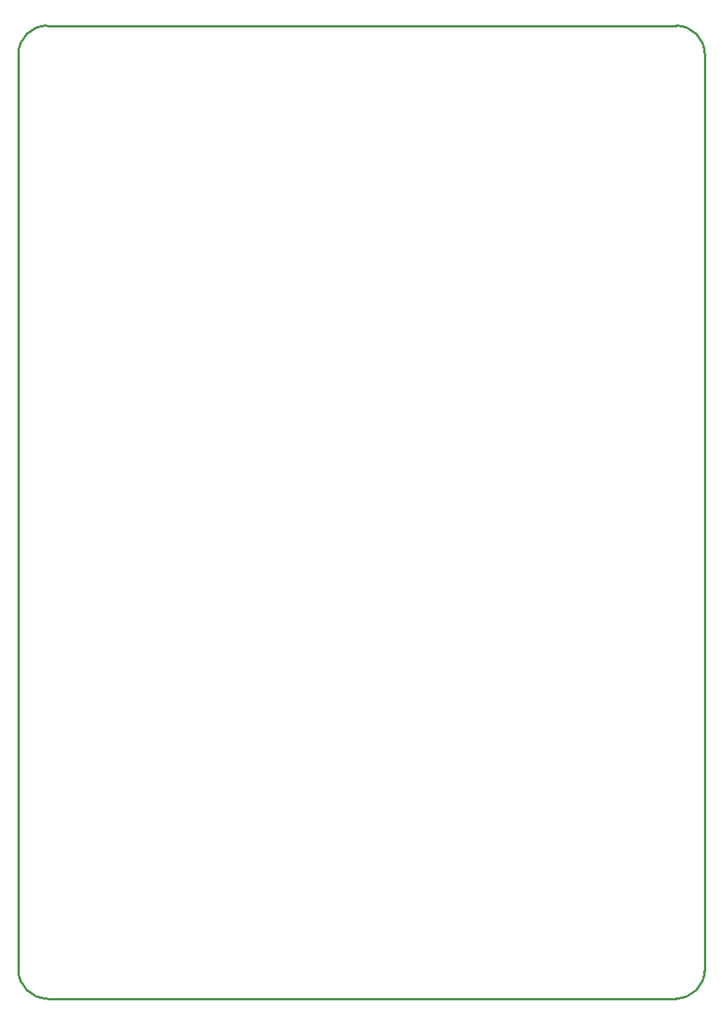
<source format=gm1>
G04*
G04 #@! TF.GenerationSoftware,Altium Limited,Altium Designer,21.0.9 (235)*
G04*
G04 Layer_Color=16711935*
%FSLAX25Y25*%
%MOIN*%
G70*
G04*
G04 #@! TF.SameCoordinates,AE202B3F-F8D8-4F8A-AED8-CDA7881BEEE8*
G04*
G04*
G04 #@! TF.FilePolarity,Positive*
G04*
G01*
G75*
%ADD12C,0.01000*%
D12*
X0Y12500D02*
G03*
X12500Y0I12500J0D01*
G01*
Y425000D02*
G03*
X0Y412500I0J-12500D01*
G01*
X300000D02*
G03*
X287500Y425000I-12500J0D01*
G01*
Y0D02*
G03*
X300000Y12500I0J12500D01*
G01*
X-0D02*
X0Y412500D01*
X12500Y425000D02*
X287500D01*
X300000Y12000D02*
Y412500D01*
X12500Y0D02*
X287500D01*
M02*

</source>
